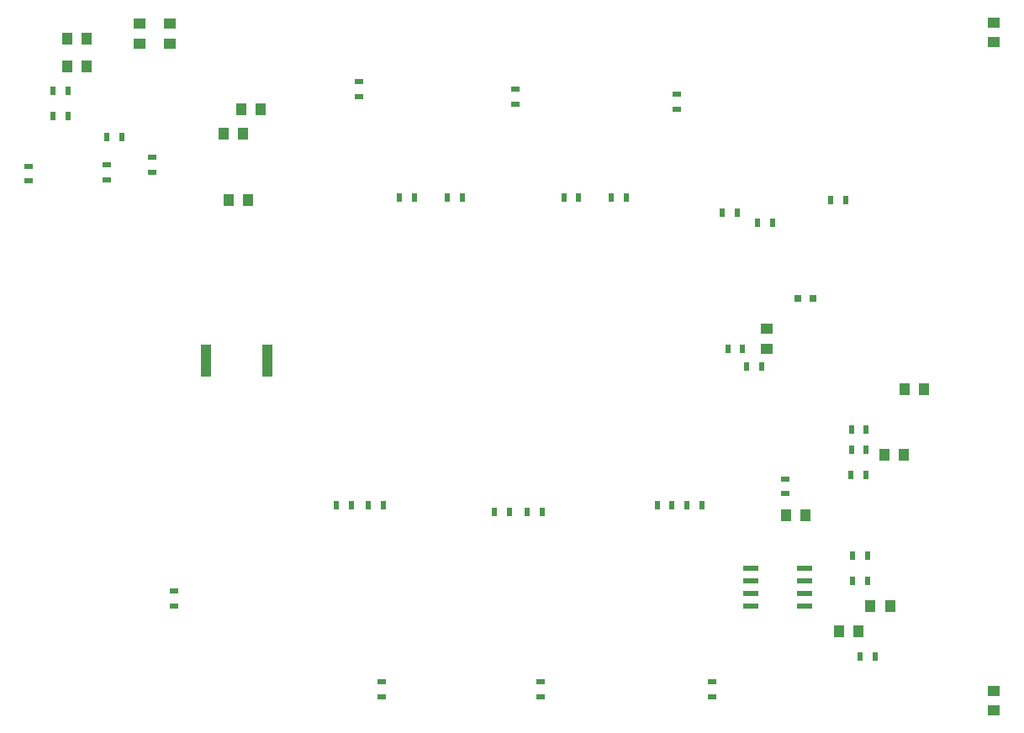
<source format=gbp>
G04 #@! TF.FileFunction,Paste,Bot*
%FSLAX46Y46*%
G04 Gerber Fmt 4.6, Leading zero omitted, Abs format (unit mm)*
G04 Created by KiCad (PCBNEW 4.0.1-stable) date 11/13/2016 6:28:18 PM*
%MOMM*%
G01*
G04 APERTURE LIST*
%ADD10C,0.100000*%
%ADD11R,0.500000X0.900000*%
%ADD12R,1.000000X1.250000*%
%ADD13R,0.800000X0.750000*%
%ADD14R,1.250000X1.000000*%
%ADD15R,1.550000X0.600000*%
%ADD16R,0.900000X0.500000*%
%ADD17R,1.000000X3.200000*%
G04 APERTURE END LIST*
D10*
D11*
X137009000Y-113157000D03*
X135509000Y-113157000D03*
D12*
X140827000Y-111125000D03*
X138827000Y-111125000D03*
D13*
X131687000Y-95377000D03*
X130187000Y-95377000D03*
D12*
X140859000Y-104521000D03*
X142859000Y-104521000D03*
X136255000Y-128905000D03*
X134255000Y-128905000D03*
D11*
X136410000Y-131445000D03*
X137910000Y-131445000D03*
D12*
X137430000Y-126365000D03*
X139430000Y-126365000D03*
D14*
X149860000Y-134890000D03*
X149860000Y-136890000D03*
D11*
X83705000Y-116205000D03*
X85205000Y-116205000D03*
X123087000Y-100457000D03*
X124587000Y-100457000D03*
X124980000Y-102235000D03*
X126480000Y-102235000D03*
D15*
X125410000Y-126365000D03*
X125410000Y-125095000D03*
X125410000Y-123825000D03*
X125410000Y-122555000D03*
X130810000Y-122555000D03*
X130810000Y-123825000D03*
X130810000Y-125095000D03*
X130810000Y-126365000D03*
D16*
X128905000Y-113550000D03*
X128905000Y-115050000D03*
D14*
X127000000Y-98425000D03*
X127000000Y-100425000D03*
D16*
X85979000Y-75033000D03*
X85979000Y-73533000D03*
D12*
X74787000Y-85471000D03*
X72787000Y-85471000D03*
X76057000Y-76327000D03*
X74057000Y-76327000D03*
X74295000Y-78740000D03*
X72295000Y-78740000D03*
X58531000Y-72009000D03*
X56531000Y-72009000D03*
X58531000Y-69215000D03*
X56531000Y-69215000D03*
X128921000Y-117221000D03*
X130921000Y-117221000D03*
D14*
X66929000Y-69723000D03*
X66929000Y-67723000D03*
X63881000Y-69691000D03*
X63881000Y-67691000D03*
D11*
X115975000Y-116205000D03*
X117475000Y-116205000D03*
X112891000Y-85217000D03*
X111391000Y-85217000D03*
X86880000Y-116205000D03*
X88380000Y-116205000D03*
X119011000Y-116205000D03*
X120511000Y-116205000D03*
X108077000Y-85217000D03*
X106577000Y-85217000D03*
D16*
X67310000Y-126365000D03*
X67310000Y-124865000D03*
D17*
X76760000Y-101600000D03*
X70560000Y-101600000D03*
D11*
X102870000Y-116840000D03*
X104370000Y-116840000D03*
X124067000Y-86741000D03*
X122567000Y-86741000D03*
X91543000Y-85217000D03*
X90043000Y-85217000D03*
X99580000Y-116840000D03*
X101080000Y-116840000D03*
X127611000Y-87757000D03*
X126111000Y-87757000D03*
X96381000Y-85217000D03*
X94881000Y-85217000D03*
X56630000Y-74422000D03*
X55130000Y-74422000D03*
X56630000Y-76962000D03*
X55130000Y-76962000D03*
D16*
X65151000Y-82677000D03*
X65151000Y-81177000D03*
D11*
X137033000Y-108585000D03*
X135533000Y-108585000D03*
X137160000Y-123825000D03*
X135660000Y-123825000D03*
X135660000Y-121285000D03*
X137160000Y-121285000D03*
D16*
X88265000Y-133997000D03*
X88265000Y-135497000D03*
X60579000Y-83439000D03*
X60579000Y-81939000D03*
X104267000Y-133985000D03*
X104267000Y-135485000D03*
X52705000Y-83542000D03*
X52705000Y-82042000D03*
X121539000Y-133985000D03*
X121539000Y-135485000D03*
D11*
X137033000Y-110629000D03*
X135533000Y-110629000D03*
D16*
X117983000Y-76315000D03*
X117983000Y-74815000D03*
X101727000Y-75807000D03*
X101727000Y-74307000D03*
D11*
X62091000Y-79121000D03*
X60591000Y-79121000D03*
X133477000Y-85471000D03*
X134977000Y-85471000D03*
D14*
X149860000Y-69580000D03*
X149860000Y-67580000D03*
M02*

</source>
